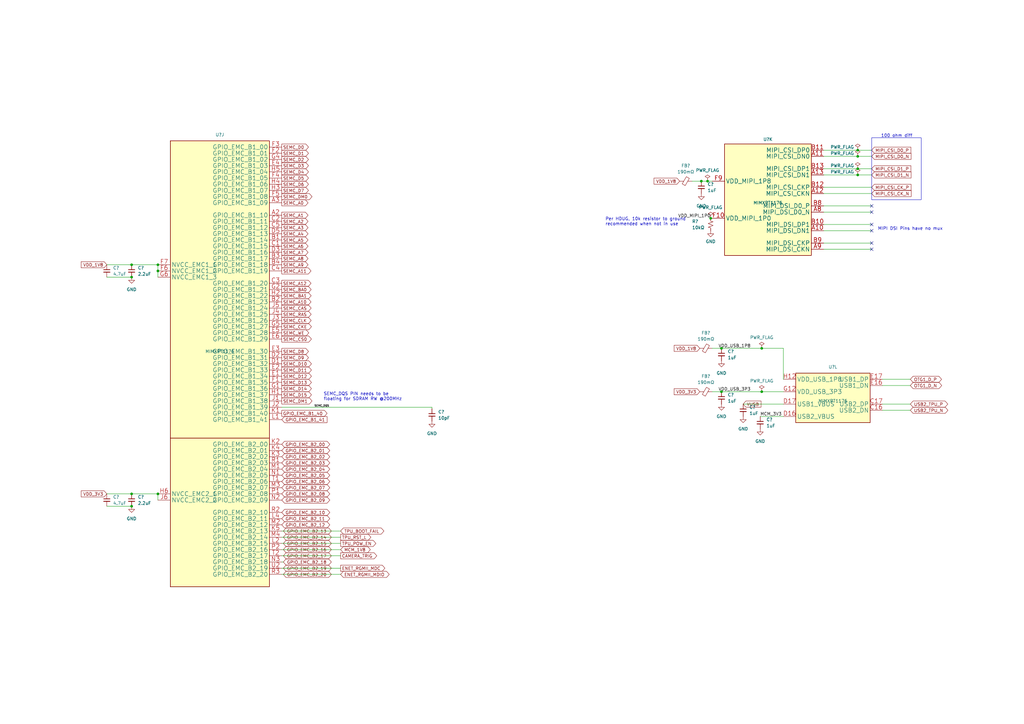
<source format=kicad_sch>
(kicad_sch (version 20230121) (generator eeschema)
  (paper "A3")
  (junction (at 351.79 64.135))
  (junction (at 287.655 74.295))
  (junction (at 64.77 111.125))
  (junction (at 290.195 74.295))
  (junction (at 351.79 61.595))
  (junction (at 53.975 207.645))
  (junction (at 53.975 202.565))
  (junction (at 291.465 89.535))
  (junction (at 312.42 142.875))
  (junction (at 64.77 108.585))
  (junction (at 53.975 113.665))
  (junction (at 351.79 69.215))
  (junction (at 351.79 71.755))
  (junction (at 64.77 202.565))
  (junction (at 53.975 108.585))
  (junction (at 295.91 160.655))
  (junction (at 312.42 160.655))
  (junction (at 295.91 142.875))
  (no_connect (at 357.505 84.455))
  (no_connect (at 357.505 102.235))
  (no_connect (at 357.505 99.695))
  (no_connect (at 357.505 92.075))
  (no_connect (at 357.505 86.995))
  (no_connect (at 357.505 94.615))
  (wire (pts (xy 43.815 113.665) (xy 53.975 113.665)))
  (wire (pts (xy 361.95 155.575) (xy 373.38 155.575)))
  (wire (pts (xy 312.42 160.655) (xy 321.31 160.655)))
  (wire (pts (xy 312.42 142.875) (xy 321.31 142.875)))
  (wire (pts (xy 361.95 168.275) (xy 373.38 168.275)))
  (wire (pts (xy 337.82 64.135) (xy 351.79 64.135)))
  (wire (pts (xy 357.505 61.595) (xy 351.79 61.595)))
  (wire (pts (xy 292.1 160.655) (xy 295.91 160.655)))
  (wire (pts (xy 115.57 217.805) (xy 139.7 217.805)))
  (wire (pts (xy 43.815 202.565) (xy 53.975 202.565)))
  (wire (pts (xy 115.57 167.005) (xy 177.165 167.005)))
  (wire (pts (xy 311.785 170.815) (xy 321.31 170.815)))
  (wire (pts (xy 337.82 61.595) (xy 351.79 61.595)))
  (wire (pts (xy 337.82 71.755) (xy 351.79 71.755)))
  (wire (pts (xy 337.82 76.835) (xy 357.505 76.835)))
  (wire (pts (xy 64.77 202.565) (xy 64.77 205.105)))
  (wire (pts (xy 337.82 84.455) (xy 357.505 84.455)))
  (wire (pts (xy 64.77 111.125) (xy 64.77 113.665)))
  (wire (pts (xy 43.815 108.585) (xy 53.975 108.585)))
  (wire (pts (xy 53.975 202.565) (xy 64.77 202.565)))
  (wire (pts (xy 64.77 108.585) (xy 64.77 111.125)))
  (wire (pts (xy 337.82 94.615) (xy 357.505 94.615)))
  (wire (pts (xy 177.165 167.005) (xy 177.165 167.64)))
  (wire (pts (xy 139.7 225.425) (xy 115.57 225.425)))
  (wire (pts (xy 321.31 142.875) (xy 321.31 155.575)))
  (wire (pts (xy 139.7 233.045) (xy 115.57 233.045)))
  (wire (pts (xy 115.57 222.885) (xy 139.7 222.885)))
  (wire (pts (xy 290.195 74.295) (xy 292.1 74.295)))
  (wire (pts (xy 337.82 92.075) (xy 357.505 92.075)))
  (wire (pts (xy 115.57 220.345) (xy 139.7 220.345)))
  (wire (pts (xy 337.82 99.695) (xy 357.505 99.695)))
  (wire (pts (xy 139.7 235.585) (xy 115.57 235.585)))
  (wire (pts (xy 357.505 69.215) (xy 351.79 69.215)))
  (wire (pts (xy 283.845 74.295) (xy 287.655 74.295)))
  (wire (pts (xy 361.95 158.115) (xy 373.38 158.115)))
  (wire (pts (xy 295.91 160.655) (xy 312.42 160.655)))
  (wire (pts (xy 304.8 165.735) (xy 321.31 165.735)))
  (wire (pts (xy 337.82 102.235) (xy 357.505 102.235)))
  (wire (pts (xy 291.465 89.535) (xy 292.1 89.535)))
  (wire (pts (xy 292.1 142.875) (xy 295.91 142.875)))
  (wire (pts (xy 43.815 207.645) (xy 53.975 207.645)))
  (wire (pts (xy 337.82 69.215) (xy 351.79 69.215)))
  (wire (pts (xy 287.655 74.295) (xy 290.195 74.295)))
  (wire (pts (xy 361.95 165.735) (xy 373.38 165.735)))
  (wire (pts (xy 357.505 64.135) (xy 351.79 64.135)))
  (wire (pts (xy 295.91 142.875) (xy 312.42 142.875)))
  (wire (pts (xy 337.82 86.995) (xy 357.505 86.995)))
  (wire (pts (xy 337.82 79.375) (xy 357.505 79.375)))
  (wire (pts (xy 357.505 71.755) (xy 351.79 71.755)))
  (wire (pts (xy 139.7 227.965) (xy 115.57 227.965)))
  (wire (pts (xy 115.57 230.505) (xy 116.205 230.505)))
  (wire (pts (xy 53.975 108.585) (xy 64.77 108.585)))
  (rectangle (start 357.505 56.515) (end 377.825 81.915))
  (text "SEMC_DQS PIN needs to be\nfloating for SDRAM RW @200MHz" (at 132.715 164.465 0) (effects (font (size 1.27 1.27)) (justify left bottom)))
  (text "100 ohm diff\n" (at 361.315 56.515 0) (effects (font (size 1.27 1.27)) (justify left bottom)))
  (text "Per HDUG, 10k resistor to ground\nrecommended when not in use" (at 248.285 92.71 0) (effects (font (size 1.27 1.27)) (justify left bottom)))
  (text "MIPI DSI Pins have no mux" (at 360.045 94.615 0) (effects (font (size 1.27 1.27)) (justify left bottom)))
  (label "VDD_USB_3P3" (at 294.64 160.655 0))
  (label "VDD_MIPI_1P0" (at 291.465 89.535 180))
  (label "SEMC_DQS" (at 128.905 167.005 0) (effects (font (size 0.762 0.762))))
  (label "VDD_USB_1P8" (at 294.64 142.875 0))
  (label "MCM_3V3" (at 311.785 170.815 0))
  (global_label "ENET_RGMII_MDC" (shape output) (at 139.7 233.045 0) (property "Intersheetrefs" "${INTERSHEET_REFS}" (effects hide)))
  (global_label "MIPI_CSI_D1_N" (shape input) (at 357.505 71.755 0) (property "Intersheetrefs" "${INTERSHEET_REFS}" (effects hide)))
  (global_label "GPIO_EMC_B2_06" (shape bidirectional) (at 115.57 197.485 0) (property "Intersheetrefs" "${INTERSHEET_REFS}" (effects hide)))
  (global_label "SEMC_D1" (shape output) (at 115.57 62.865 0) (property "Intersheetrefs" "${INTERSHEET_REFS}" (effects hide)))
  (global_label "GPIO_EMC_B2_15" (shape bidirectional) (at 116.205 222.885 0) (property "Intersheetrefs" "${INTERSHEET_REFS}" (effects hide)))
  (global_label "TPU_RST_L" (shape output) (at 139.7 220.345 0) (property "Intersheetrefs" "${INTERSHEET_REFS}" (effects hide)))
  (global_label "GPIO_EMC_B2_12" (shape bidirectional) (at 115.57 215.265 0) (property "Intersheetrefs" "${INTERSHEET_REFS}" (effects hide)))
  (global_label "GPIO_EMC_B1_41" (shape input) (at 115.57 172.085 0) (property "Intersheetrefs" "${INTERSHEET_REFS}" (effects hide)))
  (global_label "GPIO_EMC_B2_02" (shape bidirectional) (at 115.57 187.325 0) (property "Intersheetrefs" "${INTERSHEET_REFS}" (effects hide)))
  (global_label "SEMC_A0" (shape output) (at 115.57 83.185 0) (property "Intersheetrefs" "${INTERSHEET_REFS}" (effects hide)))
  (global_label "SEMC_DM0" (shape output) (at 115.57 80.645 0) (property "Intersheetrefs" "${INTERSHEET_REFS}" (effects hide)))
  (global_label "GPIO_EMC_B2_04" (shape bidirectional) (at 115.57 192.405 0) (property "Intersheetrefs" "${INTERSHEET_REFS}" (effects hide)))
  (global_label "SEMC_D11" (shape output) (at 115.57 151.765 0) (property "Intersheetrefs" "${INTERSHEET_REFS}" (effects hide)))
  (global_label "CAMERA_TRIG" (shape output) (at 139.7 227.965 0) (property "Intersheetrefs" "${INTERSHEET_REFS}" (effects hide)))
  (global_label "GPIO_EMC_B2_16" (shape bidirectional) (at 116.205 225.425 0) (property "Intersheetrefs" "${INTERSHEET_REFS}" (effects hide)))
  (global_label "TPU_POW_EN" (shape output) (at 139.7 222.885 0) (property "Intersheetrefs" "${INTERSHEET_REFS}" (effects hide)))
  (global_label "SEMC_RAS" (shape output) (at 115.57 128.905 0) (property "Intersheetrefs" "${INTERSHEET_REFS}" (effects hide)))
  (global_label "SEMC_CKE" (shape output) (at 115.57 133.985 0) (property "Intersheetrefs" "${INTERSHEET_REFS}" (effects hide)))
  (global_label "SEMC_CLK" (shape output) (at 115.57 131.445 0) (property "Intersheetrefs" "${INTERSHEET_REFS}" (effects hide)))
  (global_label "USB2_TPU_N" (shape bidirectional) (at 373.38 168.275 0) (property "Intersheetrefs" "${INTERSHEET_REFS}" (effects hide)))
  (global_label "GPIO_EMC_B2_11" (shape bidirectional) (at 115.57 212.725 0) (property "Intersheetrefs" "${INTERSHEET_REFS}" (effects hide)))
  (global_label "SEMC_DM1" (shape output) (at 115.57 164.465 0) (property "Intersheetrefs" "${INTERSHEET_REFS}" (effects hide)))
  (global_label "SEMC_D9" (shape output) (at 115.57 146.685 0) (property "Intersheetrefs" "${INTERSHEET_REFS}" (effects hide)))
  (global_label "SEMC_D12" (shape output) (at 115.57 154.305 0) (property "Intersheetrefs" "${INTERSHEET_REFS}" (effects hide)))
  (global_label "OTG1_D_N" (shape bidirectional) (at 373.38 158.115 0) (property "Intersheetrefs" "${INTERSHEET_REFS}" (effects hide)))
  (global_label "USB2_TPU_P" (shape bidirectional) (at 373.38 165.735 0) (property "Intersheetrefs" "${INTERSHEET_REFS}" (effects hide)))
  (global_label "SEMC_D3" (shape output) (at 115.57 67.945 0) (property "Intersheetrefs" "${INTERSHEET_REFS}" (effects hide)))
  (global_label "SEMC_D10" (shape output) (at 115.57 149.225 0) (property "Intersheetrefs" "${INTERSHEET_REFS}" (effects hide)))
  (global_label "VDD_1V8" (shape input) (at 278.765 74.295 180) (property "Intersheetrefs" "${INTERSHEET_REFS}" (effects hide)))
  (global_label "MIPI_CSI_CK_P" (shape input) (at 357.505 76.835 0) (property "Intersheetrefs" "${INTERSHEET_REFS}" (effects hide)))
  (global_label "SEMC_BA1" (shape output) (at 115.57 121.285 0) (property "Intersheetrefs" "${INTERSHEET_REFS}" (effects hide)))
  (global_label "SEMC_A1" (shape output) (at 115.57 88.265 0) (property "Intersheetrefs" "${INTERSHEET_REFS}" (effects hide)))
  (global_label "GPIO_EMC_B2_13" (shape bidirectional) (at 116.205 217.805 0) (property "Intersheetrefs" "${INTERSHEET_REFS}" (effects hide)))
  (global_label "SEMC_D8" (shape output) (at 115.57 144.145 0) (property "Intersheetrefs" "${INTERSHEET_REFS}" (effects hide)))
  (global_label "GPIO_EMC_B2_03" (shape bidirectional) (at 115.57 189.865 0) (property "Intersheetrefs" "${INTERSHEET_REFS}" (effects hide)))
  (global_label "SEMC_A4" (shape output) (at 115.57 95.885 0) (property "Intersheetrefs" "${INTERSHEET_REFS}" (effects hide)))
  (global_label "SEMC_A9" (shape output) (at 115.57 108.585 0) (property "Intersheetrefs" "${INTERSHEET_REFS}" (effects hide)))
  (global_label "SEMC_A6" (shape output) (at 115.57 100.965 0) (property "Intersheetrefs" "${INTERSHEET_REFS}" (effects hide)))
  (global_label "SEMC_A8" (shape output) (at 115.57 106.045 0) (property "Intersheetrefs" "${INTERSHEET_REFS}" (effects hide)))
  (global_label "SEMC_D2" (shape output) (at 115.57 65.405 0) (property "Intersheetrefs" "${INTERSHEET_REFS}" (effects hide)))
  (global_label "SEMC_D4" (shape output) (at 115.57 70.485 0) (property "Intersheetrefs" "${INTERSHEET_REFS}" (effects hide)))
  (global_label "SEMC_CAS" (shape output) (at 115.57 126.365 0) (property "Intersheetrefs" "${INTERSHEET_REFS}" (effects hide)))
  (global_label "SEMC_CS0" (shape output) (at 115.57 139.065 0) (property "Intersheetrefs" "${INTERSHEET_REFS}" (effects hide)))
  (global_label "SEMC_A10" (shape output) (at 115.57 123.825 0) (property "Intersheetrefs" "${INTERSHEET_REFS}" (effects hide)))
  (global_label "GPIO_EMC_B2_09" (shape bidirectional) (at 115.57 205.105 0) (property "Intersheetrefs" "${INTERSHEET_REFS}" (effects hide)))
  (global_label "VDD_3V3" (shape input) (at 43.815 202.565 180) (property "Intersheetrefs" "${INTERSHEET_REFS}" (effects hide)))
  (global_label "GPIO_EMC_B1_40" (shape output) (at 115.57 169.545 0) (property "Intersheetrefs" "${INTERSHEET_REFS}" (effects hide)))
  (global_label "SEMC_BA0" (shape output) (at 115.57 118.745 0) (property "Intersheetrefs" "${INTERSHEET_REFS}" (effects hide)))
  (global_label "SEMC_D5" (shape output) (at 115.57 73.025 0) (property "Intersheetrefs" "${INTERSHEET_REFS}" (effects hide)))
  (global_label "MCM_1V8" (shape bidirectional) (at 139.7 225.425 0) (property "Intersheetrefs" "${INTERSHEET_REFS}" (effects hide)))
  (global_label "MIPI_CSI_D0_N" (shape input) (at 357.505 64.135 0) (property "Intersheetrefs" "${INTERSHEET_REFS}" (effects hide)))
  (global_label "GPIO_EMC_B2_00" (shape bidirectional) (at 115.57 182.245 0) (property "Intersheetrefs" "${INTERSHEET_REFS}" (effects hide)))
  (global_label "VDD_1V8" (shape input) (at 43.815 108.585 180) (property "Intersheetrefs" "${INTERSHEET_REFS}" (effects hide)))
  (global_label "SEMC_A5" (shape output) (at 115.57 98.425 0) (property "Intersheetrefs" "${INTERSHEET_REFS}" (effects hide)))
  (global_label "MIPI_CSI_D0_P" (shape input) (at 357.505 61.595 0) (property "Intersheetrefs" "${INTERSHEET_REFS}" (effects hide)))
  (global_label "GPIO_EMC_B2_14" (shape bidirectional) (at 116.205 220.345 0) (property "Intersheetrefs" "${INTERSHEET_REFS}" (effects hide)))
  (global_label "SEMC_A3" (shape output) (at 115.57 93.345 0) (property "Intersheetrefs" "${INTERSHEET_REFS}" (effects hide)))
  (global_label "VUSB" (shape input) (at 304.8 165.735 0) (property "Intersheetrefs" "${INTERSHEET_REFS}" (effects hide)))
  (global_label "VDD_1V8" (shape input) (at 287.02 142.875 180) (property "Intersheetrefs" "${INTERSHEET_REFS}" (effects hide)))
  (global_label "SEMC_D7" (shape output) (at 115.57 78.105 0) (property "Intersheetrefs" "${INTERSHEET_REFS}" (effects hide)))
  (global_label "GPIO_EMC_B2_08" (shape bidirectional) (at 115.57 202.565 0) (property "Intersheetrefs" "${INTERSHEET_REFS}" (effects hide)))
  (global_label "GPIO_EMC_B2_19" (shape bidirectional) (at 116.205 233.045 0) (property "Intersheetrefs" "${INTERSHEET_REFS}" (effects hide)))
  (global_label "OTG1_D_P" (shape bidirectional) (at 373.38 155.575 0) (property "Intersheetrefs" "${INTERSHEET_REFS}" (effects hide)))
  (global_label "GPIO_EMC_B2_01" (shape bidirectional) (at 115.57 184.785 0) (property "Intersheetrefs" "${INTERSHEET_REFS}" (effects hide)))
  (global_label "SEMC_A11" (shape output) (at 115.57 111.125 0) (property "Intersheetrefs" "${INTERSHEET_REFS}" (effects hide)))
  (global_label "GPIO_EMC_B2_07" (shape bidirectional) (at 115.57 200.025 0) (property "Intersheetrefs" "${INTERSHEET_REFS}" (effects hide)))
  (global_label "ENET_RGMII_MDIO" (shape bidirectional) (at 139.7 235.585 0) (property "Intersheetrefs" "${INTERSHEET_REFS}" (effects hide)))
  (global_label "SEMC_D13" (shape output) (at 115.57 156.845 0) (property "Intersheetrefs" "${INTERSHEET_REFS}" (effects hide)))
  (global_label "SEMC_A2" (shape output) (at 115.57 90.805 0) (property "Intersheetrefs" "${INTERSHEET_REFS}" (effects hide)))
  (global_label "SEMC_D6" (shape output) (at 115.57 75.565 0) (property "Intersheetrefs" "${INTERSHEET_REFS}" (effects hide)))
  (global_label "SEMC_D14" (shape output) (at 115.57 159.385 0) (property "Intersheetrefs" "${INTERSHEET_REFS}" (effects hide)))
  (global_label "VDD_3V3" (shape input) (at 287.02 160.655 180) (property "Intersheetrefs" "${INTERSHEET_REFS}" (effects hide)))
  (global_label "GPIO_EMC_B2_17" (shape bidirectional) (at 116.205 227.965 0) (property "Intersheetrefs" "${INTERSHEET_REFS}" (effects hide)))
  (global_label "MIPI_CSI_D1_P" (shape input) (at 357.505 69.215 0) (property "Intersheetrefs" "${INTERSHEET_REFS}" (effects hide)))
  (global_label "SEMC_D0" (shape output) (at 115.57 60.325 0) (property "Intersheetrefs" "${INTERSHEET_REFS}" (effects hide)))
  (global_label "SEMC_A12" (shape output) (at 115.57 116.205 0) (property "Intersheetrefs" "${INTERSHEET_REFS}" (effects hide)))
  (global_label "SEMC_WE" (shape output) (at 115.57 136.525 0) (property "Intersheetrefs" "${INTERSHEET_REFS}" (effects hide)))
  (global_label "GPIO_EMC_B2_20" (shape bidirectional) (at 116.205 235.585 0) (property "Intersheetrefs" "${INTERSHEET_REFS}" (effects hide)))
  (global_label "GPIO_EMC_B2_10" (shape bidirectional) (at 115.57 210.185 0) (property "Intersheetrefs" "${INTERSHEET_REFS}" (effects hide)))
  (global_label "TPU_BOOT_FAIL" (shape bidirectional) (at 139.7 217.805 0) (property "Intersheetrefs" "${INTERSHEET_REFS}" (effects hide)))
  (global_label "SEMC_A7" (shape output) (at 115.57 103.505 0) (property "Intersheetrefs" "${INTERSHEET_REFS}" (effects hide)))
  (global_label "GPIO_EMC_B2_18" (shape bidirectional) (at 116.205 230.505 0) (property "Intersheetrefs" "${INTERSHEET_REFS}" (effects hide)))
  (global_label "GPIO_EMC_B2_05" (shape bidirectional) (at 115.57 194.945 0) (property "Intersheetrefs" "${INTERSHEET_REFS}" (effects hide)))
  (global_label "MIPI_CSI_CK_N" (shape input) (at 357.505 79.375 0) (property "Intersheetrefs" "${INTERSHEET_REFS}" (effects hide)))
  (global_label "SEMC_D15" (shape output) (at 115.57 161.925 0) (property "Intersheetrefs" "${INTERSHEET_REFS}" (effects hide)))
  (symbol (lib_id "power:GND") (at 53.975 207.645 0) (unit 1)
    (property "Reference" "#PWR?" (effects hide))
    (property "Value" "GND" (at 53.975 212.725 0))
    (instances (project "cpu_board" (path "" (reference "#PWR?") (unit 1)) (path "" (reference "#PWR043") (unit 1))))
  )
  (symbol (lib_id "Device:FerriteBead_Small") (at 289.56 160.655 90) (unit 1)
    (property "Reference" "FB?" (at 289.5219 154.305 90))
    (property "Value" "190mΩ" (at 289.5219 156.845 90))
    (property "Footprint" "Inductor_SMD:L_0402_1005Metric" (effects hide))
    (property "Description" "Ferrite Bead" (effects hide))
    (property "Flight" "BLM15AG121SN1D" (effects hide))
    (property "JLCPCB P/N" "C85812" (effects hide))
    (instances (project "cpu_board" (path "" (reference "FB?") (unit 1)) (path "" (reference "FB5") (unit 1))))
  )
  (symbol (lib_id "Device:FerriteBead_Small") (at 289.56 142.875 90) (unit 1)
    (property "Reference" "FB?" (at 289.5219 136.525 90))
    (property "Value" "190mΩ" (at 289.5219 139.065 90))
    (property "Footprint" "Inductor_SMD:L_0402_1005Metric" (effects hide))
    (property "Description" "Ferrite Bead" (effects hide))
    (property "Flight" "BLM15AG121SN1D" (effects hide))
    (property "JLCPCB P/N" "C85812" (effects hide))
    (instances (project "cpu_board" (path "" (reference "FB?") (unit 1)) (path "" (reference "FB4") (unit 1))))
  )
  (symbol (lib_id "Device:C_Small") (at 43.815 111.125 0) (unit 1)
    (property "Reference" "C?" (at 46.355 109.8613 0) (effects (justify left)))
    (property "Value" "4.7uF" (at 46.355 112.4013 0) (effects (justify left)))
    (property "Footprint" "Capacitor_SMD:C_0402_1005Metric" (effects hide))
    (property "Footprint (for JLCPCB)" "0402" (effects hide))
    (instances (project "cpu_board" (path "" (reference "C?") (unit 1)) (path "" (reference "C?") (unit 1)) (path "" (reference "C51") (unit 1))))
  )
  (symbol (lib_id "power:PWR_FLAG") (at 351.79 61.595 0) (unit 1)
    (property "Reference" "#FLG017" (effects hide))
    (property "Value" "PWR_FLAG" (at 345.44 60.325 0))
    (instances (project "cpu_board" (path "" (reference "#FLG017") (unit 1)) (path "" (reference "#FLG?") (unit 1))))
  )
  (symbol (lib_id "Device:C_Small") (at 43.815 205.105 0) (unit 1)
    (property "Reference" "C?" (at 46.355 203.8413 0) (effects (justify left)))
    (property "Value" "4.7uF" (at 46.355 206.3813 0) (effects (justify left)))
    (property "Footprint" "Capacitor_SMD:C_0402_1005Metric" (effects hide))
    (property "Footprint (for JLCPCB)" "0402" (effects hide))
    (instances (project "cpu_board" (path "" (reference "C?") (unit 1)) (path "" (reference "C?") (unit 1)) (path "" (reference "C52") (unit 1))))
  )
  (symbol (lib_id "power:PWR_FLAG") (at 291.465 89.535 0) (unit 1)
    (property "Reference" "#FLG014" (effects hide))
    (property "Value" "PWR_FLAG" (at 291.465 85.09 0))
  )
  (symbol (lib_id "power:GND") (at 177.165 172.72 0) (unit 1)
    (property "Reference" "#PWR044" (effects hide))
    (property "Value" "GND" (at 177.165 177.8 0))
  )
  (symbol (lib_id "power:GND") (at 311.785 175.895 0) (unit 1)
    (property "Reference" "#PWR050" (effects hide))
    (property "Value" "GND" (at 311.785 180.975 0))
  )
  (symbol (lib_id "power:PWR_FLAG") (at 351.79 64.135 0) (unit 1)
    (property "Reference" "#FLG018" (effects hide))
    (property "Value" "PWR_FLAG" (at 345.44 62.865 0))
    (instances (project "cpu_board" (path "" (reference "#FLG018") (unit 1)) (path "" (reference "#FLG?") (unit 1))))
  )
  (symbol (lib_id "power:GND") (at 304.8 170.815 0) (unit 1)
    (property "Reference" "#PWR049" (effects hide))
    (property "Value" "GND" (at 304.8 175.895 0))
  )
  (symbol (lib_id "Device:C_Small") (at 177.165 170.18 0) (unit 1)
    (property "Reference" "C?" (at 179.705 168.9163 0) (effects (justify left)))
    (property "Value" "10pF" (at 179.705 171.4563 0) (effects (justify left)))
    (property "Footprint" "Capacitor_SMD:C_0402_1005Metric" (effects hide))
    (property "Footprint (for JLCPCB)" "0402" (effects hide))
    (instances (project "cpu_board" (path "" (reference "C?") (unit 1)) (path "" (reference "C?") (unit 1)) (path "" (reference "C5") (unit 1))))
  )
  (symbol (lib_id "power:GND") (at 295.91 165.735 0) (unit 1)
    (property "Reference" "#PWR048" (effects hide))
    (property "Value" "GND" (at 295.91 170.815 0))
  )
  (symbol (lib_id "Device:FerriteBead_Small") (at 281.305 74.295 90) (unit 1)
    (property "Reference" "FB?" (at 281.2669 67.945 90))
    (property "Value" "190mΩ" (at 281.2669 70.485 90))
    (property "Footprint" "Inductor_SMD:L_0402_1005Metric" (effects hide))
    (property "Description" "Ferrite Bead" (effects hide))
    (property "Flight" "BLM15AG121SN1D" (effects hide))
    (property "JLCPCB P/N" "C85812" (effects hide))
    (instances (project "cpu_board" (path "" (reference "FB?") (unit 1)) (path "" (reference "FB3") (unit 1))))
  )
  (symbol (lib_id "power:PWR_FLAG") (at 312.42 160.655 0) (unit 1)
    (property "Reference" "#FLG016" (effects hide))
    (property "Value" "PWR_FLAG" (at 312.42 156.21 0))
  )
  (symbol (lib_id "power:GND") (at 295.91 147.955 0) (unit 1)
    (property "Reference" "#PWR047" (effects hide))
    (property "Value" "GND" (at 295.91 153.035 0))
  )
  (symbol (lib_id "power:GND") (at 287.655 79.375 0) (unit 1)
    (property "Reference" "#PWR045" (effects hide))
    (property "Value" "GND" (at 287.655 84.455 0))
  )
  (symbol (lib_id "Device:C_Small") (at 287.655 76.835 0) (unit 1)
    (property "Reference" "C?" (at 290.195 75.5713 0) (effects (justify left)))
    (property "Value" "1uF" (at 290.195 78.1113 0) (effects (justify left)))
    (property "Footprint" "Capacitor_SMD:C_0402_1005Metric" (effects hide))
    (property "Footprint (for JLCPCB)" "0402" (effects hide))
    (instances (project "cpu_board" (path "" (reference "C?") (unit 1)) (path "" (reference "C?") (unit 1)) (path "" (reference "C56") (unit 1))))
  )
  (symbol (lib_id "Device:C_Small") (at 53.975 111.125 0) (unit 1)
    (property "Reference" "C?" (at 56.515 109.8613 0) (effects (justify left)))
    (property "Value" "2.2uF" (at 56.515 112.4013 0) (effects (justify left)))
    (property "Footprint" "Capacitor_SMD:C_0402_1005Metric" (effects hide))
    (property "Footprint (for JLCPCB)" "0402" (effects hide))
    (instances (project "cpu_board" (path "" (reference "C?") (unit 1)) (path "" (reference "C?") (unit 1)) (path "" (reference "C53") (unit 1))))
  )
  (symbol (lib_id "Device:C_Small") (at 311.785 173.355 0) (unit 1)
    (property "Reference" "C?" (at 314.325 172.0913 0) (effects (justify left)))
    (property "Value" "1uF" (at 314.325 174.6313 0) (effects (justify left)))
    (property "Footprint" "Capacitor_SMD:C_0402_1005Metric" (effects hide))
    (property "Footprint (for JLCPCB)" "0402" (effects hide))
    (instances (project "cpu_board" (path "" (reference "C?") (unit 1)) (path "" (reference "C?") (unit 1)) (path "" (reference "C61") (unit 1))))
  )
  (symbol (lib_id "Device:C_Small") (at 53.975 205.105 0) (unit 1)
    (property "Reference" "C?" (at 56.515 203.8413 0) (effects (justify left)))
    (property "Value" "2.2uF" (at 56.515 206.3813 0) (effects (justify left)))
    (property "Footprint" "Capacitor_SMD:C_0402_1005Metric" (effects hide))
    (property "Footprint (for JLCPCB)" "0402" (effects hide))
    (instances (project "cpu_board" (path "" (reference "C?") (unit 1)) (path "" (reference "C?") (unit 1)) (path "" (reference "C54") (unit 1))))
  )
  (symbol (lib_id "adcs:MIMXRT1176") (at 314.96 81.915 0) (unit 11)
    (property "Reference" "U?" (at 314.96 57.15 0))
    (property "Value" "MIMXRT1176" (at 314.96 83.185 0))
    (property "Footprint" "adcs:U_MIMXRT1176DVMAA_NXP" (effects hide))
    (property "Datasheet" "${KIPRJMOD}/../datasheets/IMXRT1170_processor_manual.pdf" (effects hide))
    (property "Description" "Microcontroller" (effects hide))
    (property "Flight" "MIMXRT1176AVM8A" (effects hide))
    (property "Proto" "MIMXRT1176DVM8A" (effects hide))
    (property "JLCPCB P/N" "C1020267" (effects hide))
    (property "JLCPCB P/N Proto" "C1020268" (effects hide))
    (instances (project "cpu_board" (path "" (reference "U?") (unit 11)) (path "" (reference "U2") (unit 11))))
  )
  (symbol (lib_id "power:PWR_FLAG") (at 351.79 69.215 0) (unit 1)
    (property "Reference" "#FLG019" (effects hide))
    (property "Value" "PWR_FLAG" (at 345.44 67.945 0))
    (instances (project "cpu_board" (path "" (reference "#FLG019") (unit 1)) (path "" (reference "#FLG?") (unit 1))))
  )
  (symbol (lib_id "power:PWR_FLAG") (at 290.195 74.295 0) (unit 1)
    (property "Reference" "#FLG013" (effects hide))
    (property "Value" "PWR_FLAG" (at 290.195 69.85 0))
  )
  (symbol (lib_id "power:GND") (at 291.465 94.615 0) (unit 1)
    (property "Reference" "#PWR010" (effects hide))
    (property "Value" "GND" (at 291.465 99.06 0))
  )
  (symbol (lib_id "Device:C_Small") (at 304.8 168.275 0) (unit 1)
    (property "Reference" "C?" (at 307.34 167.0113 0) (effects (justify left)))
    (property "Value" "1uF" (at 307.34 169.5513 0) (effects (justify left)))
    (property "Footprint" "Capacitor_SMD:C_0402_1005Metric" (effects hide))
    (property "Footprint (for JLCPCB)" "0402" (effects hide))
    (instances (project "cpu_board" (path "" (reference "C?") (unit 1)) (path "" (reference "C?") (unit 1)) (path "" (reference "C60") (unit 1))))
  )
  (symbol (lib_id "power:GND") (at 53.975 113.665 0) (unit 1)
    (property "Reference" "#PWR?" (effects hide))
    (property "Value" "GND" (at 53.975 118.745 0))
    (instances (project "cpu_board" (path "" (reference "#PWR?") (unit 1)) (path "" (reference "#PWR042") (unit 1))))
  )
  (symbol (lib_id "Device:R_Small_US") (at 291.465 92.075 180) (unit 1)
    (property "Reference" "R?" (at 283.845 90.805 0) (effects (justify right)))
    (property "Value" "10kΩ" (at 283.845 93.345 0) (effects (justify right)))
    (property "Footprint" "Resistor_SMD:R_0402_1005Metric" (effects hide))
    (property "Footprint (for JLCPCB)" "0402" (effects hide))
    (instances (project "cpu_board" (path "" (reference "R?") (unit 1)) (path "" (reference "R10") (unit 1)) (path "" (reference "R3") (unit 1))))
  )
  (symbol (lib_id "power:PWR_FLAG") (at 351.79 71.755 0) (unit 1)
    (property "Reference" "#FLG020" (effects hide))
    (property "Value" "PWR_FLAG" (at 345.44 70.485 0))
    (instances (project "cpu_board" (path "" (reference "#FLG020") (unit 1)) (path "" (reference "#FLG?") (unit 1))))
  )
  (symbol (lib_id "power:PWR_FLAG") (at 312.42 142.875 0) (unit 1)
    (property "Reference" "#FLG015" (effects hide))
    (property "Value" "PWR_FLAG" (at 312.42 138.43 0))
  )
  (symbol (lib_id "Device:C_Small") (at 295.91 145.415 0) (unit 1)
    (property "Reference" "C?" (at 298.45 144.1513 0) (effects (justify left)))
    (property "Value" "1uF" (at 298.45 146.6913 0) (effects (justify left)))
    (property "Footprint" "Capacitor_SMD:C_0402_1005Metric" (effects hide))
    (property "Footprint (for JLCPCB)" "0402" (effects hide))
    (instances (project "cpu_board" (path "" (reference "C?") (unit 1)) (path "" (reference "C?") (unit 1)) (path "" (reference "C58") (unit 1))))
  )
  (symbol (lib_id "adcs:MIMXRT1176") (at 90.17 142.875 0) (unit 10)
    (property "Reference" "U?" (at 90.17 55.245 0))
    (property "Value" "MIMXRT1176" (at 90.17 144.145 0))
    (property "Footprint" "adcs:U_MIMXRT1176DVMAA_NXP" (effects hide))
    (property "Datasheet" "${KIPRJMOD}/../datasheets/IMXRT1170_processor_manual.pdf" (effects hide))
    (property "Description" "Microcontroller" (effects hide))
    (property "Flight" "MIMXRT1176AVM8A" (effects hide))
    (property "Proto" "MIMXRT1176DVM8A" (effects hide))
    (property "JLCPCB P/N" "C1020267" (effects hide))
    (property "JLCPCB P/N Proto" "C1020268" (effects hide))
    (instances (project "cpu_board" (path "" (reference "U?") (unit 10)) (path "" (reference "U2") (unit 10))))
  )
  (symbol (lib_id "adcs:MIMXRT1176") (at 341.63 163.195 0) (unit 12)
    (property "Reference" "U?" (at 341.63 150.495 0))
    (property "Value" "MIMXRT1176" (at 341.63 164.465 0))
    (property "Footprint" "adcs:U_MIMXRT1176DVMAA_NXP" (effects hide))
    (property "Datasheet" "${KIPRJMOD}/../datasheets/IMXRT1170_processor_manual.pdf" (effects hide))
    (property "Description" "Microcontroller" (effects hide))
    (property "Flight" "MIMXRT1176AVM8A" (effects hide))
    (property "Proto" "MIMXRT1176DVM8A" (effects hide))
    (property "JLCPCB P/N" "C1020267" (effects hide))
    (property "JLCPCB P/N Proto" "C1020268" (effects hide))
    (instances (project "cpu_board" (path "" (reference "U?") (unit 12)) (path "" (reference "U2") (unit 12))))
  )
  (symbol (lib_id "Device:C_Small") (at 295.91 163.195 0) (unit 1)
    (property "Reference" "C?" (at 298.45 161.9313 0) (effects (justify left)))
    (property "Value" "1uF" (at 298.45 164.4713 0) (effects (justify left)))
    (property "Footprint" "Capacitor_SMD:C_0402_1005Metric" (effects hide))
    (property "Footprint (for JLCPCB)" "0402" (effects hide))
    (instances (project "cpu_board" (path "" (reference "C?") (unit 1)) (path "" (reference "C?") (unit 1)) (path "" (reference "C59") (unit 1))))
  )
)
</source>
